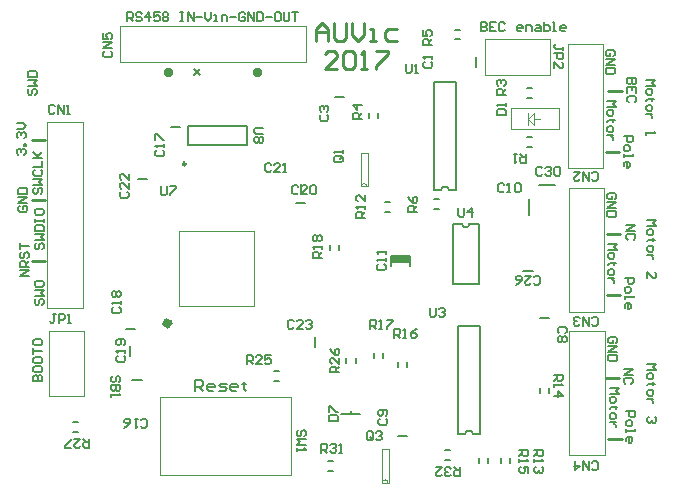
<source format=gto>
G04 Layer_Color=65535*
%FSLAX24Y24*%
%MOIN*%
G70*
G01*
G75*
%ADD32C,0.0100*%
%ADD33C,0.0197*%
%ADD44C,0.0039*%
%ADD45C,0.0079*%
%ADD46C,0.0098*%
%ADD47C,0.0059*%
%ADD48R,0.0630X0.0217*%
D32*
X48609Y31726D02*
X49059D01*
X48530Y33765D02*
X48980D01*
X48570Y38568D02*
X49020D01*
X48570Y36529D02*
X49020D01*
X48530Y41293D02*
X48980D01*
X48609Y43332D02*
X49059D01*
X29406Y37649D02*
X29856D01*
X29406Y39699D02*
X29856D01*
X29406Y41699D02*
X29856D01*
X38880Y44997D02*
Y45397D01*
X39079Y45597D01*
X39279Y45397D01*
Y44997D01*
Y45297D01*
X38880D01*
X39479Y45597D02*
Y45097D01*
X39579Y44997D01*
X39779D01*
X39879Y45097D01*
Y45597D01*
X40079D02*
Y45197D01*
X40279Y44997D01*
X40479Y45197D01*
Y45597D01*
X40679Y44997D02*
X40879D01*
X40779D01*
Y45397D01*
X40679D01*
X41579D02*
X41279D01*
X41179Y45297D01*
Y45097D01*
X41279Y44997D01*
X41579D01*
X39579Y44037D02*
X39179D01*
X39579Y44437D01*
Y44537D01*
X39479Y44637D01*
X39279D01*
X39179Y44537D01*
X39779D02*
X39879Y44637D01*
X40079D01*
X40179Y44537D01*
Y44137D01*
X40079Y44037D01*
X39879D01*
X39779Y44137D01*
Y44537D01*
X40379Y44037D02*
X40579D01*
X40479D01*
Y44637D01*
X40379Y44537D01*
X40879Y44637D02*
X41279D01*
Y44537D01*
X40879Y44137D01*
Y44037D01*
D33*
X33992Y35599D02*
G03*
X33997Y35559I-76J-29D01*
G01*
X33898Y43898D02*
Y43998D01*
X33998D01*
Y43898D01*
X33898D01*
X36890D02*
Y43998D01*
X36990D01*
Y43898D01*
X36890D01*
D44*
X40577Y40139D02*
G03*
X40390Y40139I-93J0D01*
G01*
X41275Y30266D02*
G03*
X41088Y30266I-93J0D01*
G01*
X45953Y42400D02*
X46150Y42203D01*
X46150Y42400D02*
X46347D01*
X45953Y42203D02*
Y42597D01*
X46150Y42203D02*
Y42597D01*
X45953Y42400D02*
X46150Y42597D01*
X46977Y42046D02*
Y42400D01*
X45363Y42046D02*
X46977D01*
X45363D02*
Y42754D01*
X46977D01*
Y42400D02*
Y42754D01*
X33679Y33122D02*
X38029D01*
Y30522D02*
Y33122D01*
X33679Y30522D02*
X38029D01*
X33679D02*
Y33122D01*
X34928Y38646D02*
X36796D01*
Y36154D02*
Y38646D01*
X34304Y36154D02*
X36796D01*
X34304D02*
Y38634D01*
X34316Y38646D02*
X34616D01*
X34304Y38634D02*
X34316Y38646D01*
X34616D02*
X34928D01*
X40365Y40139D02*
X40577D01*
X40390D02*
X40601D01*
Y41261D01*
X40365D02*
X40601D01*
X40365Y40139D02*
Y41261D01*
X48491Y35957D02*
Y40091D01*
X47309D02*
X48491D01*
X47309Y35957D02*
Y40091D01*
Y35957D02*
X48491D01*
X48504Y31173D02*
Y35307D01*
X47323D02*
X48504D01*
X47323Y31173D02*
Y35307D01*
Y31173D02*
X48504D01*
X32354Y44291D02*
Y45472D01*
X38535D01*
Y44291D02*
Y45472D01*
X32354Y44291D02*
X38535D01*
X29921Y36094D02*
X31102D01*
X29921D02*
Y42276D01*
X31102D01*
Y36094D02*
Y42276D01*
X29961Y35315D02*
X30463D01*
X29961Y33150D02*
Y35315D01*
Y33150D02*
X31142D01*
Y35315D01*
X30463D02*
X31142D01*
X41063Y30266D02*
X41275D01*
X41088D02*
X41299D01*
Y31388D01*
X41063D02*
X41299D01*
X41063Y30266D02*
Y31388D01*
X44504Y43858D02*
Y44360D01*
Y43858D02*
X46669D01*
Y45039D01*
X44504D02*
X46669D01*
X44504Y44360D02*
Y45039D01*
X48441Y40757D02*
Y44891D01*
X47259D02*
X48441D01*
X47259Y40757D02*
Y44891D01*
Y40757D02*
X48441D01*
D45*
X43738Y38900D02*
G03*
X43988Y38900I125J0D01*
G01*
X44105Y31879D02*
G03*
X43847Y31879I-129J0D01*
G01*
X43305Y40011D02*
G03*
X43047Y40011I-129J0D01*
G01*
X39724Y32559D02*
X40354D01*
X40039D02*
Y32638D01*
X32756Y33701D02*
X33071D01*
X34043Y42130D02*
X34357D01*
X32943Y40380D02*
X33257D01*
X42821Y39393D02*
X42979D01*
X42821Y39707D02*
X42979D01*
X41171Y39607D02*
X41329D01*
X41171Y39293D02*
X41329D01*
X39343Y38021D02*
Y38179D01*
X39657Y38021D02*
Y38179D01*
X39291Y30984D02*
X39449D01*
X39291Y30669D02*
X39449D01*
X45787Y37323D02*
X46102D01*
X43434Y38900D02*
X43738D01*
X43988D02*
X44292D01*
Y36900D02*
Y38900D01*
X43434Y36900D02*
X44292D01*
X43434D02*
Y38900D01*
X36575Y41535D02*
Y42165D01*
X34606Y41535D02*
Y42165D01*
X36575D01*
X34606Y41535D02*
X36575D01*
X32543Y35370D02*
X32857D01*
X40957Y42421D02*
Y42579D01*
X40643Y42421D02*
Y42579D01*
X38193Y39580D02*
X38507D01*
X40793Y34421D02*
Y34579D01*
X41107Y34421D02*
Y34579D01*
X38380Y39893D02*
Y40207D01*
X44356Y31879D02*
Y35489D01*
X43596D02*
X44356D01*
X43596Y31879D02*
Y35489D01*
Y31879D02*
X43847D01*
X44105D02*
X44356D01*
X41907Y34121D02*
Y34279D01*
X41593Y34121D02*
Y34279D01*
X43556Y40011D02*
Y43621D01*
X42796D02*
X43556D01*
X42796Y40011D02*
Y43621D01*
Y40011D02*
X43047D01*
X43305D02*
X43556D01*
X30787Y32283D02*
X30945D01*
X30787Y31969D02*
X30945D01*
X32670Y34493D02*
Y34807D01*
X45959Y39194D02*
Y39706D01*
X41385Y37807D02*
X42015D01*
X41385Y37493D02*
Y37807D01*
X42015Y37493D02*
Y37807D01*
X46339Y35748D02*
X46654D01*
X45043Y30921D02*
Y31079D01*
X45357Y30921D02*
Y31079D01*
X44607Y30921D02*
Y31079D01*
X44293Y30921D02*
Y31079D01*
X43189Y31024D02*
X43346D01*
X43189Y31339D02*
X43346D01*
X41593Y31820D02*
X41907D01*
X40197Y34252D02*
Y34409D01*
X39882Y34252D02*
Y34409D01*
X45921Y43407D02*
X46079D01*
X45921Y43093D02*
X46079D01*
X45921Y41458D02*
X46079D01*
X45921Y41773D02*
X46079D01*
X44213Y44134D02*
Y44449D01*
X43504Y45354D02*
X43661D01*
X43504Y45039D02*
X43661D01*
X39493Y43130D02*
X39807D01*
X46339Y33268D02*
Y33425D01*
X46654Y33268D02*
Y33425D01*
X46319Y40197D02*
X46831D01*
X37480Y33661D02*
X37638D01*
X37480Y33976D02*
X37638D01*
X38858Y34803D02*
Y35118D01*
X34843Y33307D02*
Y33701D01*
X35039D01*
X35105Y33635D01*
Y33504D01*
X35039Y33438D01*
X34843D01*
X34974D02*
X35105Y33307D01*
X35433D02*
X35302D01*
X35236Y33373D01*
Y33504D01*
X35302Y33569D01*
X35433D01*
X35498Y33504D01*
Y33438D01*
X35236D01*
X35630Y33307D02*
X35826D01*
X35892Y33373D01*
X35826Y33438D01*
X35695D01*
X35630Y33504D01*
X35695Y33569D01*
X35892D01*
X36220Y33307D02*
X36089D01*
X36023Y33373D01*
Y33504D01*
X36089Y33569D01*
X36220D01*
X36286Y33504D01*
Y33438D01*
X36023D01*
X36482Y33635D02*
Y33569D01*
X36417D01*
X36548D01*
X36482D01*
Y33373D01*
X36548Y33307D01*
D46*
X34535Y40886D02*
G03*
X34535Y40886I-49J0D01*
G01*
D47*
X32579Y45650D02*
Y45945D01*
X32726D01*
X32776Y45896D01*
Y45797D01*
X32726Y45748D01*
X32579D01*
X32677D02*
X32776Y45650D01*
X33071Y45896D02*
X33022Y45945D01*
X32923D01*
X32874Y45896D01*
Y45846D01*
X32923Y45797D01*
X33022D01*
X33071Y45748D01*
Y45699D01*
X33022Y45650D01*
X32923D01*
X32874Y45699D01*
X33317Y45650D02*
Y45945D01*
X33169Y45797D01*
X33366D01*
X33661Y45945D02*
X33464D01*
Y45797D01*
X33563Y45846D01*
X33612D01*
X33661Y45797D01*
Y45699D01*
X33612Y45650D01*
X33513D01*
X33464Y45699D01*
X33759Y45896D02*
X33809Y45945D01*
X33907D01*
X33956Y45896D01*
Y45846D01*
X33907Y45797D01*
X33956Y45748D01*
Y45699D01*
X33907Y45650D01*
X33809D01*
X33759Y45699D01*
Y45748D01*
X33809Y45797D01*
X33759Y45846D01*
Y45896D01*
X33809Y45797D02*
X33907D01*
X34350Y45945D02*
X34448D01*
X34399D01*
Y45650D01*
X34350D01*
X34448D01*
X34596D02*
Y45945D01*
X34793Y45650D01*
Y45945D01*
X34891Y45797D02*
X35088D01*
X35186Y45945D02*
Y45748D01*
X35285Y45650D01*
X35383Y45748D01*
Y45945D01*
X35481Y45650D02*
X35580D01*
X35531D01*
Y45846D01*
X35481D01*
X35727Y45650D02*
Y45846D01*
X35875D01*
X35924Y45797D01*
Y45650D01*
X36023Y45797D02*
X36219D01*
X36514Y45896D02*
X36465Y45945D01*
X36367D01*
X36318Y45896D01*
Y45699D01*
X36367Y45650D01*
X36465D01*
X36514Y45699D01*
Y45797D01*
X36416D01*
X36613Y45650D02*
Y45945D01*
X36810Y45650D01*
Y45945D01*
X36908D02*
Y45650D01*
X37056D01*
X37105Y45699D01*
Y45896D01*
X37056Y45945D01*
X36908D01*
X37203Y45797D02*
X37400D01*
X37646Y45945D02*
X37548D01*
X37498Y45896D01*
Y45699D01*
X37548Y45650D01*
X37646D01*
X37695Y45699D01*
Y45896D01*
X37646Y45945D01*
X37794D02*
Y45699D01*
X37843Y45650D01*
X37941D01*
X37990Y45699D01*
Y45945D01*
X38089D02*
X38286D01*
X38187D01*
Y45650D01*
X29445Y33642D02*
X29744D01*
Y33791D01*
X29694Y33841D01*
X29644D01*
X29595Y33791D01*
Y33642D01*
Y33791D01*
X29545Y33841D01*
X29495D01*
X29445Y33791D01*
Y33642D01*
Y34090D02*
Y33991D01*
X29495Y33941D01*
X29694D01*
X29744Y33991D01*
Y34090D01*
X29694Y34140D01*
X29495D01*
X29445Y34090D01*
Y34390D02*
Y34290D01*
X29495Y34240D01*
X29694D01*
X29744Y34290D01*
Y34390D01*
X29694Y34439D01*
X29495D01*
X29445Y34390D01*
Y34539D02*
Y34738D01*
Y34639D01*
X29744D01*
X29495Y34838D02*
X29445Y34888D01*
Y34988D01*
X29495Y35038D01*
X29694D01*
X29744Y34988D01*
Y34888D01*
X29694Y34838D01*
X29495D01*
X46793Y33860D02*
X47092D01*
Y33711D01*
X47042Y33661D01*
X46942D01*
X46893Y33711D01*
Y33860D01*
Y33760D02*
X46793Y33661D01*
Y33561D02*
Y33461D01*
Y33511D01*
X47092D01*
X47042Y33561D01*
X46793Y33162D02*
X47092D01*
X46942Y33312D01*
Y33112D01*
X42498Y44291D02*
X42449Y44241D01*
Y44141D01*
X42498Y44091D01*
X42698D01*
X42748Y44141D01*
Y44241D01*
X42698Y44291D01*
X42748Y44390D02*
Y44490D01*
Y44440D01*
X42449D01*
X42498Y44390D01*
X39042Y42522D02*
X38992Y42472D01*
Y42373D01*
X39042Y42323D01*
X39241D01*
X39291Y42373D01*
Y42472D01*
X39241Y42522D01*
X39042Y42622D02*
X38992Y42672D01*
Y42772D01*
X39042Y42821D01*
X39092D01*
X39142Y42772D01*
Y42722D01*
Y42772D01*
X39192Y42821D01*
X39241D01*
X39291Y42772D01*
Y42672D01*
X39241Y42622D01*
X47178Y35252D02*
X47227Y35302D01*
Y35401D01*
X47178Y35451D01*
X46978D01*
X46928Y35401D01*
Y35302D01*
X46978Y35252D01*
X47178Y35152D02*
X47227Y35102D01*
Y35003D01*
X47178Y34953D01*
X47128D01*
X47078Y35003D01*
X47028Y34953D01*
X46978D01*
X46928Y35003D01*
Y35102D01*
X46978Y35152D01*
X47028D01*
X47078Y35102D01*
X47128Y35152D01*
X47178D01*
X47078Y35102D02*
Y35003D01*
X41001Y32399D02*
X40951Y32350D01*
Y32250D01*
X41001Y32200D01*
X41200D01*
X41250Y32250D01*
Y32350D01*
X41200Y32399D01*
Y32499D02*
X41250Y32549D01*
Y32649D01*
X41200Y32699D01*
X41001D01*
X40951Y32649D01*
Y32549D01*
X41001Y32499D01*
X41051D01*
X41100Y32549D01*
Y32699D01*
X40951Y37549D02*
X40901Y37500D01*
Y37400D01*
X40951Y37350D01*
X41150D01*
X41200Y37400D01*
Y37500D01*
X41150Y37549D01*
X41200Y37649D02*
Y37749D01*
Y37699D01*
X40901D01*
X40951Y37649D01*
X41200Y37898D02*
Y37998D01*
Y37948D01*
X40901D01*
X40951Y37898D01*
X33029Y32152D02*
X33079Y32102D01*
X33178D01*
X33228Y32152D01*
Y32352D01*
X33178Y32402D01*
X33079D01*
X33029Y32352D01*
X32929Y32402D02*
X32830D01*
X32879D01*
Y32102D01*
X32929Y32152D01*
X32481Y32102D02*
X32580Y32152D01*
X32680Y32252D01*
Y32352D01*
X32630Y32402D01*
X32530D01*
X32481Y32352D01*
Y32302D01*
X32530Y32252D01*
X32680D01*
X33570Y41341D02*
X33520Y41291D01*
Y41192D01*
X33570Y41142D01*
X33769D01*
X33819Y41192D01*
Y41291D01*
X33769Y41341D01*
X33819Y41441D02*
Y41541D01*
Y41491D01*
X33520D01*
X33570Y41441D01*
X33520Y41690D02*
Y41890D01*
X33570D01*
X33769Y41690D01*
X33819D01*
X32113Y36105D02*
X32063Y36055D01*
Y35955D01*
X32113Y35906D01*
X32312D01*
X32362Y35955D01*
Y36055D01*
X32312Y36105D01*
X32362Y36205D02*
Y36304D01*
Y36254D01*
X32063D01*
X32113Y36205D01*
Y36454D02*
X32063Y36504D01*
Y36603D01*
X32113Y36653D01*
X32163D01*
X32213Y36603D01*
X32262Y36653D01*
X32312D01*
X32362Y36603D01*
Y36504D01*
X32312Y36454D01*
X32262D01*
X32213Y36504D01*
X32163Y36454D01*
X32113D01*
X32213Y36504D02*
Y36603D01*
X32270Y34491D02*
X32221Y34441D01*
Y34341D01*
X32270Y34291D01*
X32470D01*
X32520Y34341D01*
Y34441D01*
X32470Y34491D01*
X32520Y34590D02*
Y34690D01*
Y34640D01*
X32221D01*
X32270Y34590D01*
X32470Y34840D02*
X32520Y34890D01*
Y34989D01*
X32470Y35039D01*
X32270D01*
X32221Y34989D01*
Y34890D01*
X32270Y34840D01*
X32320D01*
X32370Y34890D01*
Y35039D01*
X38289Y40129D02*
X38240Y40179D01*
X38140D01*
X38090Y40129D01*
Y39930D01*
X38140Y39880D01*
X38240D01*
X38289Y39930D01*
X38589Y39880D02*
X38389D01*
X38589Y40079D01*
Y40129D01*
X38539Y40179D01*
X38439D01*
X38389Y40129D01*
X38688D02*
X38738Y40179D01*
X38838D01*
X38888Y40129D01*
Y39930D01*
X38838Y39880D01*
X38738D01*
X38688Y39930D01*
Y40129D01*
X37379Y40869D02*
X37330Y40919D01*
X37230D01*
X37180Y40869D01*
Y40670D01*
X37230Y40620D01*
X37330D01*
X37379Y40670D01*
X37679Y40620D02*
X37479D01*
X37679Y40819D01*
Y40869D01*
X37629Y40919D01*
X37529D01*
X37479Y40869D01*
X37778Y40620D02*
X37878D01*
X37828D01*
Y40919D01*
X37778Y40869D01*
X32389Y39963D02*
X32339Y39913D01*
Y39814D01*
X32389Y39764D01*
X32588D01*
X32638Y39814D01*
Y39913D01*
X32588Y39963D01*
X32638Y40262D02*
Y40063D01*
X32438Y40262D01*
X32389D01*
X32339Y40212D01*
Y40113D01*
X32389Y40063D01*
X32638Y40561D02*
Y40362D01*
X32438Y40561D01*
X32389D01*
X32339Y40512D01*
Y40412D01*
X32389Y40362D01*
X38136Y35639D02*
X38086Y35688D01*
X37986D01*
X37936Y35639D01*
Y35439D01*
X37986Y35389D01*
X38086D01*
X38136Y35439D01*
X38435Y35389D02*
X38235D01*
X38435Y35589D01*
Y35639D01*
X38385Y35688D01*
X38285D01*
X38235Y35639D01*
X38534D02*
X38584Y35688D01*
X38684D01*
X38734Y35639D01*
Y35589D01*
X38684Y35539D01*
X38634D01*
X38684D01*
X38734Y35489D01*
Y35439D01*
X38684Y35389D01*
X38584D01*
X38534Y35439D01*
X46139Y36916D02*
X46189Y36866D01*
X46289D01*
X46339Y36916D01*
Y37115D01*
X46289Y37165D01*
X46189D01*
X46139Y37115D01*
X45840Y37165D02*
X46039D01*
X45840Y36966D01*
Y36916D01*
X45890Y36866D01*
X45990D01*
X46039Y36916D01*
X45541Y36866D02*
X45641Y36916D01*
X45740Y37016D01*
Y37115D01*
X45690Y37165D01*
X45591D01*
X45541Y37115D01*
Y37066D01*
X45591Y37016D01*
X45740D01*
X30161Y42804D02*
X30111Y42854D01*
X30012D01*
X29962Y42804D01*
Y42605D01*
X30012Y42555D01*
X30111D01*
X30161Y42605D01*
X30261Y42555D02*
Y42854D01*
X30460Y42555D01*
Y42854D01*
X30560Y42555D02*
X30660D01*
X30610D01*
Y42854D01*
X30560Y42804D01*
X48068Y40381D02*
X48118Y40331D01*
X48218D01*
X48268Y40381D01*
Y40580D01*
X48218Y40630D01*
X48118D01*
X48068Y40580D01*
X47969Y40630D02*
Y40331D01*
X47769Y40630D01*
Y40331D01*
X47470Y40630D02*
X47669D01*
X47470Y40431D01*
Y40381D01*
X47520Y40331D01*
X47620D01*
X47669Y40381D01*
X48068Y35538D02*
X48118Y35488D01*
X48218D01*
X48268Y35538D01*
Y35738D01*
X48218Y35787D01*
X48118D01*
X48068Y35738D01*
X47969Y35787D02*
Y35488D01*
X47769Y35787D01*
Y35488D01*
X47669Y35538D02*
X47620Y35488D01*
X47520D01*
X47470Y35538D01*
Y35588D01*
X47520Y35638D01*
X47570D01*
X47520D01*
X47470Y35688D01*
Y35738D01*
X47520Y35787D01*
X47620D01*
X47669Y35738D01*
X48068Y30735D02*
X48118Y30685D01*
X48218D01*
X48268Y30735D01*
Y30934D01*
X48218Y30984D01*
X48118D01*
X48068Y30934D01*
X47969Y30984D02*
Y30685D01*
X47769Y30984D01*
Y30685D01*
X47520Y30984D02*
Y30685D01*
X47669Y30835D01*
X47470D01*
X31837Y44648D02*
X31788Y44598D01*
Y44499D01*
X31837Y44449D01*
X32037D01*
X32087Y44499D01*
Y44598D01*
X32037Y44648D01*
X32087Y44748D02*
X31788D01*
X32087Y44947D01*
X31788D01*
Y45246D02*
Y45047D01*
X31937D01*
X31887Y45147D01*
Y45197D01*
X31937Y45246D01*
X32037D01*
X32087Y45197D01*
Y45097D01*
X32037Y45047D01*
X44898Y42520D02*
X45197D01*
Y42669D01*
X45147Y42719D01*
X44948D01*
X44898Y42669D01*
Y42520D01*
X45197Y42819D02*
Y42919D01*
Y42869D01*
X44898D01*
X44948Y42819D01*
X39307Y32323D02*
X39606D01*
Y32472D01*
X39556Y32522D01*
X39357D01*
X39307Y32472D01*
Y32323D01*
Y32622D02*
Y32821D01*
X39357D01*
X39556Y32622D01*
X39606D01*
X30201Y35889D02*
X30101D01*
X30151D01*
Y35640D01*
X30101Y35590D01*
X30051D01*
X30001Y35640D01*
X30300Y35590D02*
Y35889D01*
X30450D01*
X30500Y35839D01*
Y35740D01*
X30450Y35690D01*
X30300D01*
X30599Y35590D02*
X30699D01*
X30649D01*
Y35889D01*
X30599Y35839D01*
X39714Y41144D02*
X39515D01*
X39465Y41094D01*
Y40995D01*
X39515Y40945D01*
X39714D01*
X39764Y40995D01*
Y41094D01*
X39664Y41045D02*
X39764Y41144D01*
Y41094D02*
X39714Y41144D01*
X39764Y41244D02*
Y41344D01*
Y41294D01*
X39465D01*
X39515Y41244D01*
X40766Y31721D02*
Y31921D01*
X40716Y31970D01*
X40616D01*
X40566Y31921D01*
Y31721D01*
X40616Y31671D01*
X40716D01*
X40666Y31771D02*
X40766Y31671D01*
X40716D02*
X40766Y31721D01*
X40865Y31921D02*
X40915Y31970D01*
X41015D01*
X41065Y31921D01*
Y31871D01*
X41015Y31821D01*
X40965D01*
X41015D01*
X41065Y31771D01*
Y31721D01*
X41015Y31671D01*
X40915D01*
X40865Y31721D01*
X45866Y41220D02*
Y40921D01*
X45717D01*
X45667Y40971D01*
Y41071D01*
X45717Y41121D01*
X45866D01*
X45766D02*
X45667Y41220D01*
X45567D02*
X45467D01*
X45517D01*
Y40921D01*
X45567Y40971D01*
X45197Y43189D02*
X44898D01*
Y43339D01*
X44948Y43388D01*
X45047D01*
X45097Y43339D01*
Y43189D01*
Y43289D02*
X45197Y43388D01*
X44948Y43488D02*
X44898Y43538D01*
Y43638D01*
X44948Y43688D01*
X44997D01*
X45047Y43638D01*
Y43588D01*
Y43638D01*
X45097Y43688D01*
X45147D01*
X45197Y43638D01*
Y43538D01*
X45147Y43488D01*
X40394Y42402D02*
X40095D01*
Y42551D01*
X40144Y42601D01*
X40244D01*
X40294Y42551D01*
Y42402D01*
Y42501D02*
X40394Y42601D01*
Y42850D02*
X40095D01*
X40244Y42701D01*
Y42900D01*
X42733Y44847D02*
X42434D01*
Y44996D01*
X42483Y45046D01*
X42583D01*
X42633Y44996D01*
Y44847D01*
Y44947D02*
X42733Y45046D01*
X42434Y45345D02*
Y45146D01*
X42583D01*
X42533Y45246D01*
Y45296D01*
X42583Y45345D01*
X42683D01*
X42733Y45296D01*
Y45196D01*
X42683Y45146D01*
X42244Y39291D02*
X41945D01*
Y39441D01*
X41995Y39491D01*
X42095D01*
X42144Y39441D01*
Y39291D01*
Y39391D02*
X42244Y39491D01*
X41945Y39790D02*
X41995Y39690D01*
X42095Y39590D01*
X42194D01*
X42244Y39640D01*
Y39740D01*
X42194Y39790D01*
X42144D01*
X42095Y39740D01*
Y39590D01*
X40512Y39094D02*
X40213D01*
Y39244D01*
X40263Y39294D01*
X40362D01*
X40412Y39244D01*
Y39094D01*
Y39194D02*
X40512Y39294D01*
Y39394D02*
Y39493D01*
Y39443D01*
X40213D01*
X40263Y39394D01*
X40512Y39842D02*
Y39643D01*
X40312Y39842D01*
X40263D01*
X40213Y39792D01*
Y39693D01*
X40263Y39643D01*
X46150Y31350D02*
X46449D01*
Y31200D01*
X46399Y31151D01*
X46300D01*
X46250Y31200D01*
Y31350D01*
Y31250D02*
X46150Y31151D01*
Y31051D02*
Y30951D01*
Y31001D01*
X46449D01*
X46399Y31051D01*
Y30802D02*
X46449Y30752D01*
Y30652D01*
X46399Y30602D01*
X46349D01*
X46300Y30652D01*
Y30702D01*
Y30652D01*
X46250Y30602D01*
X46200D01*
X46150Y30652D01*
Y30752D01*
X46200Y30802D01*
X45650Y31350D02*
X45949D01*
Y31200D01*
X45899Y31151D01*
X45800D01*
X45750Y31200D01*
Y31350D01*
Y31250D02*
X45650Y31151D01*
Y31051D02*
Y30951D01*
Y31001D01*
X45949D01*
X45899Y31051D01*
X45949Y30602D02*
Y30802D01*
X45800D01*
X45849Y30702D01*
Y30652D01*
X45800Y30602D01*
X45700D01*
X45650Y30652D01*
Y30752D01*
X45700Y30802D01*
X41490Y35090D02*
Y35389D01*
X41640D01*
X41689Y35339D01*
Y35240D01*
X41640Y35190D01*
X41490D01*
X41590D02*
X41689Y35090D01*
X41789D02*
X41889D01*
X41839D01*
Y35389D01*
X41789Y35339D01*
X42238Y35389D02*
X42138Y35339D01*
X42038Y35240D01*
Y35140D01*
X42088Y35090D01*
X42188D01*
X42238Y35140D01*
Y35190D01*
X42188Y35240D01*
X42038D01*
X40690Y35390D02*
Y35689D01*
X40840D01*
X40889Y35639D01*
Y35540D01*
X40840Y35490D01*
X40690D01*
X40790D02*
X40889Y35390D01*
X40989D02*
X41089D01*
X41039D01*
Y35689D01*
X40989Y35639D01*
X41238Y35689D02*
X41438D01*
Y35639D01*
X41238Y35440D01*
Y35390D01*
X39070Y37765D02*
X38771D01*
Y37915D01*
X38820Y37965D01*
X38920D01*
X38970Y37915D01*
Y37765D01*
Y37865D02*
X39070Y37965D01*
Y38064D02*
Y38164D01*
Y38114D01*
X38771D01*
X38820Y38064D01*
Y38314D02*
X38771Y38364D01*
Y38463D01*
X38820Y38513D01*
X38870D01*
X38920Y38463D01*
X38970Y38513D01*
X39020D01*
X39070Y38463D01*
Y38364D01*
X39020Y38314D01*
X38970D01*
X38920Y38364D01*
X38870Y38314D01*
X38820D01*
X38920Y38364D02*
Y38463D01*
X36575Y34213D02*
Y34512D01*
X36724D01*
X36774Y34462D01*
Y34362D01*
X36724Y34312D01*
X36575D01*
X36675D02*
X36774Y34213D01*
X37073D02*
X36874D01*
X37073Y34412D01*
Y34462D01*
X37023Y34512D01*
X36924D01*
X36874Y34462D01*
X37372Y34512D02*
X37173D01*
Y34362D01*
X37273Y34412D01*
X37323D01*
X37372Y34362D01*
Y34262D01*
X37323Y34213D01*
X37223D01*
X37173Y34262D01*
X39646Y33937D02*
X39347D01*
Y34087D01*
X39396Y34136D01*
X39496D01*
X39546Y34087D01*
Y33937D01*
Y34037D02*
X39646Y34136D01*
Y34436D02*
Y34236D01*
X39446Y34436D01*
X39396D01*
X39347Y34386D01*
Y34286D01*
X39396Y34236D01*
X39347Y34735D02*
X39396Y34635D01*
X39496Y34535D01*
X39596D01*
X39646Y34585D01*
Y34685D01*
X39596Y34735D01*
X39546D01*
X39496Y34685D01*
Y34535D01*
X31316Y31726D02*
Y31427D01*
X31167D01*
X31117Y31477D01*
Y31576D01*
X31167Y31626D01*
X31316D01*
X31216D02*
X31117Y31726D01*
X30818D02*
X31017D01*
X30818Y31527D01*
Y31477D01*
X30867Y31427D01*
X30967D01*
X31017Y31477D01*
X30718Y31427D02*
X30519D01*
Y31477D01*
X30718Y31676D01*
Y31726D01*
X39055Y31260D02*
Y31559D01*
X39205D01*
X39255Y31509D01*
Y31409D01*
X39205Y31360D01*
X39055D01*
X39155D02*
X39255Y31260D01*
X39354Y31509D02*
X39404Y31559D01*
X39504D01*
X39554Y31509D01*
Y31459D01*
X39504Y31409D01*
X39454D01*
X39504D01*
X39554Y31360D01*
Y31310D01*
X39504Y31260D01*
X39404D01*
X39354Y31310D01*
X39653Y31260D02*
X39753D01*
X39703D01*
Y31559D01*
X39653Y31509D01*
X43668Y30781D02*
Y30482D01*
X43518D01*
X43468Y30532D01*
Y30632D01*
X43518Y30681D01*
X43668D01*
X43568D02*
X43468Y30781D01*
X43369Y30532D02*
X43319Y30482D01*
X43219D01*
X43169Y30532D01*
Y30582D01*
X43219Y30632D01*
X43269D01*
X43219D01*
X43169Y30681D01*
Y30731D01*
X43219Y30781D01*
X43319D01*
X43369Y30731D01*
X42870Y30781D02*
X43069D01*
X42870Y30582D01*
Y30532D01*
X42920Y30482D01*
X43020D01*
X43069Y30532D01*
X32297Y33619D02*
X32346Y33669D01*
Y33769D01*
X32297Y33819D01*
X32247D01*
X32197Y33769D01*
Y33669D01*
X32147Y33619D01*
X32097D01*
X32047Y33669D01*
Y33769D01*
X32097Y33819D01*
X32346Y33520D02*
X32047D01*
Y33370D01*
X32097Y33320D01*
X32147D01*
X32197Y33370D01*
Y33520D01*
Y33370D01*
X32247Y33320D01*
X32297D01*
X32346Y33370D01*
Y33520D01*
X32047Y33221D02*
Y33121D01*
Y33171D01*
X32346D01*
X32297Y33221D01*
X38478Y31808D02*
X38527Y31858D01*
Y31958D01*
X38478Y32008D01*
X38428D01*
X38378Y31958D01*
Y31858D01*
X38328Y31808D01*
X38278D01*
X38228Y31858D01*
Y31958D01*
X38278Y32008D01*
X38527Y31709D02*
X38228D01*
X38328Y31609D01*
X38228Y31509D01*
X38527D01*
X38228Y31410D02*
Y31310D01*
Y31360D01*
X38527D01*
X38478Y31410D01*
X41860Y44219D02*
Y43970D01*
X41910Y43920D01*
X42010D01*
X42059Y43970D01*
Y44219D01*
X42159Y43920D02*
X42259D01*
X42209D01*
Y44219D01*
X42159Y44169D01*
X42660Y36089D02*
Y35840D01*
X42710Y35790D01*
X42810D01*
X42859Y35840D01*
Y36089D01*
X42959Y36039D02*
X43009Y36089D01*
X43109D01*
X43159Y36039D01*
Y35989D01*
X43109Y35940D01*
X43059D01*
X43109D01*
X43159Y35890D01*
Y35840D01*
X43109Y35790D01*
X43009D01*
X42959Y35840D01*
X43622Y39433D02*
Y39184D01*
X43672Y39134D01*
X43772D01*
X43821Y39184D01*
Y39433D01*
X44071Y39134D02*
Y39433D01*
X43921Y39283D01*
X44121D01*
X33701Y40142D02*
Y39892D01*
X33751Y39843D01*
X33850D01*
X33900Y39892D01*
Y40142D01*
X34000D02*
X34199D01*
Y40092D01*
X34000Y39892D01*
Y39843D01*
X45149Y40199D02*
X45100Y40249D01*
X45000D01*
X44950Y40199D01*
Y40000D01*
X45000Y39950D01*
X45100D01*
X45149Y40000D01*
X45249Y39950D02*
X45349D01*
X45299D01*
Y40249D01*
X45249Y40199D01*
X45498D02*
X45548Y40249D01*
X45648D01*
X45698Y40199D01*
Y40000D01*
X45648Y39950D01*
X45548D01*
X45498Y40000D01*
Y40199D01*
X37110Y42087D02*
X36861D01*
X36811Y42037D01*
Y41937D01*
X36861Y41887D01*
X37110D01*
X37060Y41788D02*
X37110Y41738D01*
Y41638D01*
X37060Y41588D01*
X37010D01*
X36961Y41638D01*
X36911Y41588D01*
X36861D01*
X36811Y41638D01*
Y41738D01*
X36861Y41788D01*
X36911D01*
X36961Y41738D01*
X37010Y41788D01*
X37060D01*
X36961Y41738D02*
Y41638D01*
X46421Y40744D02*
X46371Y40794D01*
X46272D01*
X46222Y40744D01*
Y40545D01*
X46272Y40495D01*
X46371D01*
X46421Y40545D01*
X46521Y40744D02*
X46571Y40794D01*
X46671D01*
X46720Y40744D01*
Y40694D01*
X46671Y40644D01*
X46621D01*
X46671D01*
X46720Y40595D01*
Y40545D01*
X46671Y40495D01*
X46571D01*
X46521Y40545D01*
X46820Y40744D02*
X46870Y40794D01*
X46970D01*
X47020Y40744D01*
Y40545D01*
X46970Y40495D01*
X46870D01*
X46820Y40545D01*
Y40744D01*
X47110Y44682D02*
Y44782D01*
Y44732D01*
X46861D01*
X46811Y44782D01*
Y44832D01*
X46861Y44882D01*
X46811Y44583D02*
X47110D01*
Y44433D01*
X47060Y44383D01*
X46961D01*
X46911Y44433D01*
Y44583D01*
X46811Y44084D02*
Y44284D01*
X47010Y44084D01*
X47060D01*
X47110Y44134D01*
Y44234D01*
X47060Y44284D01*
X49921Y34213D02*
X50220D01*
X50121Y34113D01*
X50220Y34013D01*
X49921D01*
Y33864D02*
Y33764D01*
X49971Y33714D01*
X50071D01*
X50121Y33764D01*
Y33864D01*
X50071Y33913D01*
X49971D01*
X49921Y33864D01*
X50171Y33565D02*
X50121D01*
Y33614D01*
Y33515D01*
Y33565D01*
X49971D01*
X49921Y33515D01*
Y33315D02*
Y33216D01*
X49971Y33166D01*
X50071D01*
X50121Y33216D01*
Y33315D01*
X50071Y33365D01*
X49971D01*
X49921Y33315D01*
X50121Y33066D02*
X49921D01*
X50021D01*
X50071Y33016D01*
X50121Y32966D01*
Y32916D01*
X50171Y32468D02*
X50220Y32418D01*
Y32318D01*
X50171Y32268D01*
X50121D01*
X50071Y32318D01*
Y32368D01*
Y32318D01*
X50021Y32268D01*
X49971D01*
X49921Y32318D01*
Y32418D01*
X49971Y32468D01*
X49921Y39016D02*
X50220D01*
X50121Y38916D01*
X50220Y38816D01*
X49921D01*
Y38667D02*
Y38567D01*
X49971Y38517D01*
X50071D01*
X50121Y38567D01*
Y38667D01*
X50071Y38717D01*
X49971D01*
X49921Y38667D01*
X50171Y38368D02*
X50121D01*
Y38418D01*
Y38318D01*
Y38368D01*
X49971D01*
X49921Y38318D01*
Y38118D02*
Y38019D01*
X49971Y37969D01*
X50071D01*
X50121Y38019D01*
Y38118D01*
X50071Y38168D01*
X49971D01*
X49921Y38118D01*
X50121Y37869D02*
X49921D01*
X50021D01*
X50071Y37819D01*
X50121Y37769D01*
Y37720D01*
X49921Y37071D02*
Y37271D01*
X50121Y37071D01*
X50171D01*
X50220Y37121D01*
Y37221D01*
X50171Y37271D01*
X49882Y43701D02*
X50181D01*
X50081Y43601D01*
X50181Y43501D01*
X49882D01*
Y43352D02*
Y43252D01*
X49932Y43202D01*
X50031D01*
X50081Y43252D01*
Y43352D01*
X50031Y43402D01*
X49932D01*
X49882Y43352D01*
X50131Y43053D02*
X50081D01*
Y43103D01*
Y43003D01*
Y43053D01*
X49932D01*
X49882Y43003D01*
Y42803D02*
Y42704D01*
X49932Y42654D01*
X50031D01*
X50081Y42704D01*
Y42803D01*
X50031Y42853D01*
X49932D01*
X49882Y42803D01*
X50081Y42554D02*
X49882D01*
X49982D01*
X50031Y42504D01*
X50081Y42454D01*
Y42405D01*
X49882Y41956D02*
Y41856D01*
Y41906D01*
X50181D01*
X50131Y41956D01*
X49213Y32638D02*
X49512D01*
Y32488D01*
X49462Y32438D01*
X49362D01*
X49312Y32488D01*
Y32638D01*
X49213Y32289D02*
Y32189D01*
X49262Y32139D01*
X49362D01*
X49412Y32189D01*
Y32289D01*
X49362Y32339D01*
X49262D01*
X49213Y32289D01*
Y32040D02*
Y31940D01*
Y31990D01*
X49512D01*
Y32040D01*
X49213Y31641D02*
Y31740D01*
X49262Y31790D01*
X49362D01*
X49412Y31740D01*
Y31641D01*
X49362Y31591D01*
X49312D01*
Y31790D01*
X48661Y33425D02*
X48961D01*
X48861Y33325D01*
X48961Y33226D01*
X48661D01*
Y33076D02*
Y32977D01*
X48711Y32927D01*
X48811D01*
X48861Y32977D01*
Y33076D01*
X48811Y33126D01*
X48711D01*
X48661Y33076D01*
X48911Y32777D02*
X48861D01*
Y32827D01*
Y32727D01*
Y32777D01*
X48711D01*
X48661Y32727D01*
Y32528D02*
Y32428D01*
X48711Y32378D01*
X48811D01*
X48861Y32428D01*
Y32528D01*
X48811Y32578D01*
X48711D01*
X48661Y32528D01*
X48861Y32279D02*
X48661D01*
X48761D01*
X48811Y32229D01*
X48861Y32179D01*
Y32129D01*
X49134Y34055D02*
X49433D01*
X49134Y33856D01*
X49433D01*
X49383Y33557D02*
X49433Y33606D01*
Y33706D01*
X49383Y33756D01*
X49184D01*
X49134Y33706D01*
Y33606D01*
X49184Y33557D01*
X48868Y34911D02*
X48918Y34961D01*
Y35060D01*
X48868Y35110D01*
X48668D01*
X48619Y35060D01*
Y34961D01*
X48668Y34911D01*
X48768D01*
Y35011D01*
X48619Y34811D02*
X48918D01*
X48619Y34612D01*
X48918D01*
Y34512D02*
X48619D01*
Y34362D01*
X48668Y34313D01*
X48868D01*
X48918Y34362D01*
Y34512D01*
X48828Y39714D02*
X48878Y39764D01*
Y39864D01*
X48828Y39913D01*
X48629D01*
X48579Y39864D01*
Y39764D01*
X48629Y39714D01*
X48729D01*
Y39814D01*
X48579Y39614D02*
X48878D01*
X48579Y39415D01*
X48878D01*
Y39315D02*
X48579D01*
Y39166D01*
X48629Y39116D01*
X48828D01*
X48878Y39166D01*
Y39315D01*
X49213Y38858D02*
X49512D01*
X49213Y38659D01*
X49512D01*
X49462Y38360D02*
X49512Y38410D01*
Y38509D01*
X49462Y38559D01*
X49262D01*
X49213Y38509D01*
Y38410D01*
X49262Y38360D01*
X48622Y38228D02*
X48921D01*
X48821Y38129D01*
X48921Y38029D01*
X48622D01*
Y37879D02*
Y37780D01*
X48672Y37730D01*
X48772D01*
X48821Y37780D01*
Y37879D01*
X48772Y37929D01*
X48672D01*
X48622Y37879D01*
X48871Y37580D02*
X48821D01*
Y37630D01*
Y37530D01*
Y37580D01*
X48672D01*
X48622Y37530D01*
Y37331D02*
Y37231D01*
X48672Y37181D01*
X48772D01*
X48821Y37231D01*
Y37331D01*
X48772Y37381D01*
X48672D01*
X48622Y37331D01*
X48821Y37082D02*
X48622D01*
X48722D01*
X48772Y37032D01*
X48821Y36982D01*
Y36932D01*
X49173Y37087D02*
X49472D01*
Y36937D01*
X49422Y36887D01*
X49323D01*
X49273Y36937D01*
Y37087D01*
X49173Y36738D02*
Y36638D01*
X49223Y36588D01*
X49323D01*
X49373Y36638D01*
Y36738D01*
X49323Y36788D01*
X49223D01*
X49173Y36738D01*
Y36488D02*
Y36389D01*
Y36439D01*
X49472D01*
Y36488D01*
X49173Y36090D02*
Y36189D01*
X49223Y36239D01*
X49323D01*
X49373Y36189D01*
Y36090D01*
X49323Y36040D01*
X49273D01*
Y36239D01*
X49134Y41811D02*
X49433D01*
Y41661D01*
X49383Y41612D01*
X49283D01*
X49234Y41661D01*
Y41811D01*
X49134Y41462D02*
Y41362D01*
X49184Y41312D01*
X49283D01*
X49333Y41362D01*
Y41462D01*
X49283Y41512D01*
X49184D01*
X49134Y41462D01*
Y41213D02*
Y41113D01*
Y41163D01*
X49433D01*
Y41213D01*
X49134Y40814D02*
Y40914D01*
X49184Y40964D01*
X49283D01*
X49333Y40914D01*
Y40814D01*
X49283Y40764D01*
X49234D01*
Y40964D01*
X48583Y42992D02*
X48882D01*
X48782Y42892D01*
X48882Y42793D01*
X48583D01*
Y42643D02*
Y42543D01*
X48633Y42494D01*
X48732D01*
X48782Y42543D01*
Y42643D01*
X48732Y42693D01*
X48633D01*
X48583Y42643D01*
X48832Y42344D02*
X48782D01*
Y42394D01*
Y42294D01*
Y42344D01*
X48633D01*
X48583Y42294D01*
Y42095D02*
Y41995D01*
X48633Y41945D01*
X48732D01*
X48782Y41995D01*
Y42095D01*
X48732Y42145D01*
X48633D01*
X48583Y42095D01*
X48782Y41846D02*
X48583D01*
X48682D01*
X48732Y41796D01*
X48782Y41746D01*
Y41696D01*
X49551Y43740D02*
X49252D01*
Y43591D01*
X49302Y43541D01*
X49352D01*
X49402Y43591D01*
Y43740D01*
Y43591D01*
X49451Y43541D01*
X49501D01*
X49551Y43591D01*
Y43740D01*
Y43242D02*
Y43441D01*
X49252D01*
Y43242D01*
X49402Y43441D02*
Y43341D01*
X49501Y42943D02*
X49551Y42992D01*
Y43092D01*
X49501Y43142D01*
X49302D01*
X49252Y43092D01*
Y42992D01*
X49302Y42943D01*
X48789Y44478D02*
X48839Y44528D01*
Y44627D01*
X48789Y44677D01*
X48590D01*
X48540Y44627D01*
Y44528D01*
X48590Y44478D01*
X48689D01*
Y44577D01*
X48540Y44378D02*
X48839D01*
X48540Y44179D01*
X48839D01*
Y44079D02*
X48540D01*
Y43929D01*
X48590Y43880D01*
X48789D01*
X48839Y43929D01*
Y44079D01*
X34803Y44058D02*
X35003Y43858D01*
X34903Y43958D01*
X35003Y44058D01*
X34803Y43858D01*
X29306Y37149D02*
X29006D01*
X29306Y37349D01*
X29006D01*
X29306Y37448D02*
X29006D01*
Y37598D01*
X29056Y37648D01*
X29156D01*
X29206Y37598D01*
Y37448D01*
Y37548D02*
X29306Y37648D01*
X29056Y37947D02*
X29006Y37897D01*
Y37797D01*
X29056Y37747D01*
X29106D01*
X29156Y37797D01*
Y37897D01*
X29206Y37947D01*
X29256D01*
X29306Y37897D01*
Y37797D01*
X29256Y37747D01*
X29006Y38047D02*
Y38246D01*
Y38146D01*
X29306D01*
X29556Y36399D02*
X29506Y36349D01*
Y36249D01*
X29556Y36199D01*
X29606D01*
X29656Y36249D01*
Y36349D01*
X29706Y36399D01*
X29756D01*
X29806Y36349D01*
Y36249D01*
X29756Y36199D01*
X29506Y36498D02*
X29806D01*
X29706Y36598D01*
X29806Y36698D01*
X29506D01*
Y36947D02*
Y36847D01*
X29556Y36797D01*
X29756D01*
X29806Y36847D01*
Y36947D01*
X29756Y36997D01*
X29556D01*
X29506Y36947D01*
X29556Y38249D02*
X29506Y38199D01*
Y38099D01*
X29556Y38049D01*
X29606D01*
X29656Y38099D01*
Y38199D01*
X29706Y38249D01*
X29756D01*
X29806Y38199D01*
Y38099D01*
X29756Y38049D01*
X29506Y38348D02*
X29806D01*
X29706Y38448D01*
X29806Y38548D01*
X29506D01*
Y38647D02*
X29806D01*
Y38797D01*
X29756Y38847D01*
X29556D01*
X29506Y38797D01*
Y38647D01*
Y38947D02*
Y39046D01*
Y38996D01*
X29806D01*
Y38947D01*
Y39046D01*
X29506Y39345D02*
Y39246D01*
X29556Y39196D01*
X29756D01*
X29806Y39246D01*
Y39345D01*
X29756Y39395D01*
X29556D01*
X29506Y39345D01*
X29006Y39499D02*
X28956Y39449D01*
Y39349D01*
X29006Y39299D01*
X29206D01*
X29256Y39349D01*
Y39449D01*
X29206Y39499D01*
X29106D01*
Y39399D01*
X29256Y39598D02*
X28956D01*
X29256Y39798D01*
X28956D01*
Y39897D02*
X29256D01*
Y40047D01*
X29206Y40097D01*
X29006D01*
X28956Y40047D01*
Y39897D01*
X29506Y40099D02*
X29456Y40049D01*
Y39949D01*
X29506Y39899D01*
X29556D01*
X29606Y39949D01*
Y40049D01*
X29656Y40099D01*
X29706D01*
X29756Y40049D01*
Y39949D01*
X29706Y39899D01*
X29456Y40198D02*
X29756D01*
X29656Y40298D01*
X29756Y40398D01*
X29456D01*
X29506Y40697D02*
X29456Y40647D01*
Y40547D01*
X29506Y40497D01*
X29706D01*
X29756Y40547D01*
Y40647D01*
X29706Y40697D01*
X29456Y40797D02*
X29756D01*
Y40996D01*
X29456Y41096D02*
X29756D01*
X29656D01*
X29456Y41295D01*
X29606Y41146D01*
X29756Y41295D01*
X28956Y41199D02*
X28906Y41249D01*
Y41349D01*
X28956Y41399D01*
X29006D01*
X29056Y41349D01*
Y41299D01*
Y41349D01*
X29106Y41399D01*
X29156D01*
X29206Y41349D01*
Y41249D01*
X29156Y41199D01*
X29206Y41498D02*
X29156D01*
Y41548D01*
X29206D01*
Y41498D01*
X28956Y41748D02*
X28906Y41797D01*
Y41897D01*
X28956Y41947D01*
X29006D01*
X29056Y41897D01*
Y41847D01*
Y41897D01*
X29106Y41947D01*
X29156D01*
X29206Y41897D01*
Y41797D01*
X29156Y41748D01*
X28906Y42047D02*
X29106D01*
X29206Y42146D01*
X29106Y42246D01*
X28906D01*
X29318Y43388D02*
X29268Y43339D01*
Y43239D01*
X29318Y43189D01*
X29368D01*
X29417Y43239D01*
Y43339D01*
X29467Y43388D01*
X29517D01*
X29567Y43339D01*
Y43239D01*
X29517Y43189D01*
X29268Y43488D02*
X29567D01*
X29467Y43588D01*
X29567Y43688D01*
X29268D01*
Y43787D02*
X29567D01*
Y43937D01*
X29517Y43987D01*
X29318D01*
X29268Y43937D01*
Y43787D01*
X44370Y45614D02*
Y45315D01*
X44520D01*
X44569Y45365D01*
Y45415D01*
X44520Y45465D01*
X44370D01*
X44520D01*
X44569Y45514D01*
Y45564D01*
X44520Y45614D01*
X44370D01*
X44869D02*
X44669D01*
Y45315D01*
X44869D01*
X44669Y45465D02*
X44769D01*
X45168Y45564D02*
X45118Y45614D01*
X45018D01*
X44968Y45564D01*
Y45365D01*
X45018Y45315D01*
X45118D01*
X45168Y45365D01*
X45716Y45315D02*
X45616D01*
X45567Y45365D01*
Y45465D01*
X45616Y45514D01*
X45716D01*
X45766Y45465D01*
Y45415D01*
X45567D01*
X45866Y45315D02*
Y45514D01*
X46015D01*
X46065Y45465D01*
Y45315D01*
X46215Y45514D02*
X46314D01*
X46364Y45465D01*
Y45315D01*
X46215D01*
X46165Y45365D01*
X46215Y45415D01*
X46364D01*
X46464Y45614D02*
Y45315D01*
X46613D01*
X46663Y45365D01*
Y45415D01*
Y45465D01*
X46613Y45514D01*
X46464D01*
X46763Y45315D02*
X46863D01*
X46813D01*
Y45614D01*
X46763D01*
X47162Y45315D02*
X47062D01*
X47012Y45365D01*
Y45465D01*
X47062Y45514D01*
X47162D01*
X47212Y45465D01*
Y45415D01*
X47012D01*
D48*
X41700Y37699D02*
D03*
M02*

</source>
